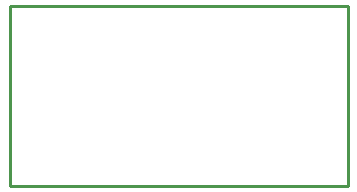
<source format=gko>
G04 EAGLE Gerber RS-274X export*
G75*
%MOMM*%
%FSLAX34Y34*%
%LPD*%
%INBoard Outline*%
%IPPOS*%
%AMOC8*
5,1,8,0,0,1.08239X$1,22.5*%
G01*
%ADD10C,0.254000*%


D10*
X0Y0D02*
X285750Y0D01*
X285750Y152400D01*
X0Y152400D01*
X0Y0D01*
M02*

</source>
